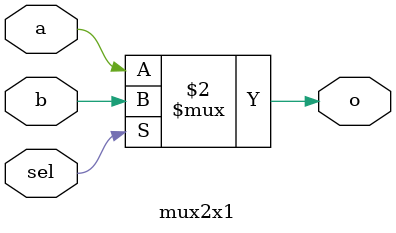
<source format=v>
module mux2x1 #(
  parameter w = 1
)(
  input  wire [w-1:0] a,
  input  wire [w-1:0] b,
  input  wire         sel,
  output reg  [w-1:0] o
);
  always @(*) o = sel ? b : a;
endmodule

</source>
